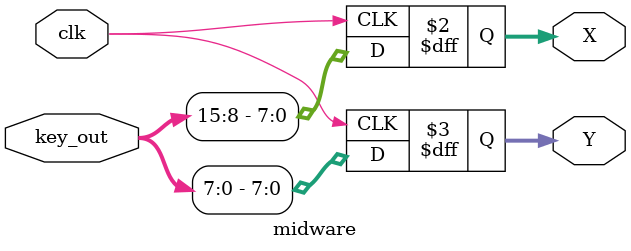
<source format=v>
module midware(
	input [15:0]key_out,
	output reg [7:0] X,
	output reg [7:0] Y,
	input clk
);
	always@(posedge clk)
	begin
		X<=key_out[15:8];
		Y<=key_out[7:0];
	end
endmodule

</source>
